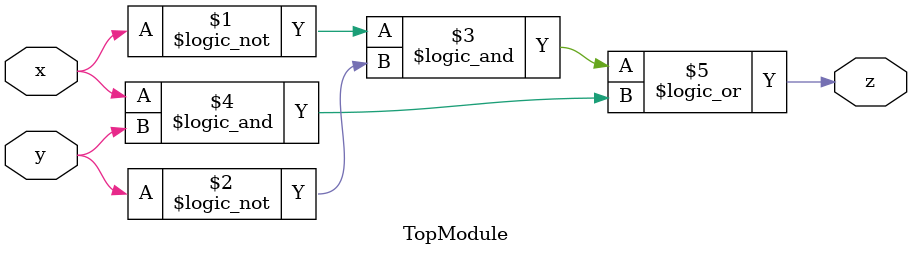
<source format=sv>
module TopModule (
    input logic x,
    input logic y,
    output logic z
);

assign z = (!x && !y) || (x && y);

endmodule
</source>
